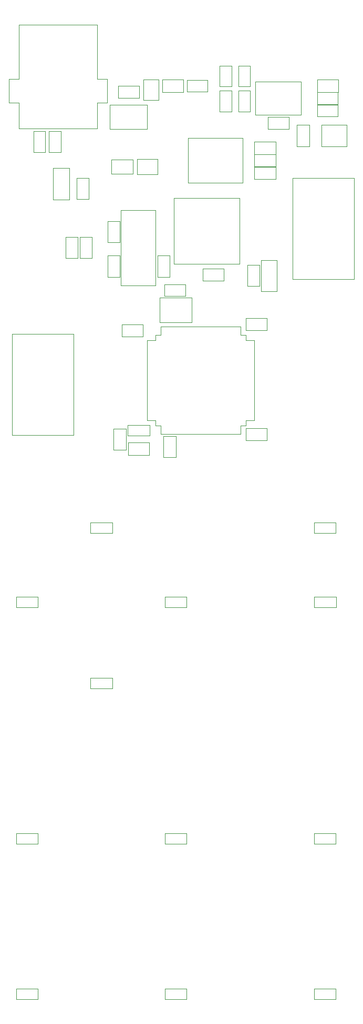
<source format=gbr>
%TF.GenerationSoftware,KiCad,Pcbnew,(6.0.8)*%
%TF.CreationDate,2022-11-02T23:41:58+01:00*%
%TF.ProjectId,crane,6372616e-652e-46b6-9963-61645f706362,rev?*%
%TF.SameCoordinates,Original*%
%TF.FileFunction,Other,User*%
%FSLAX46Y46*%
G04 Gerber Fmt 4.6, Leading zero omitted, Abs format (unit mm)*
G04 Created by KiCad (PCBNEW (6.0.8)) date 2022-11-02 23:41:58*
%MOMM*%
%LPD*%
G01*
G04 APERTURE LIST*
%ADD10C,0.050000*%
%ADD11C,0.100000*%
G04 APERTURE END LIST*
D10*
%TO.C,J1*%
X124700000Y-103850000D02*
X137300000Y-103850000D01*
X137300000Y-103850000D02*
X137300000Y-99710000D01*
X137300000Y-99710000D02*
X138930000Y-99710000D01*
X138930000Y-99710000D02*
X138930000Y-95890000D01*
X138930000Y-95890000D02*
X137300000Y-95890000D01*
X137300000Y-95890000D02*
X137300000Y-87150000D01*
X137300000Y-87150000D02*
X124700000Y-87150000D01*
X124700000Y-87150000D02*
X124700000Y-95890000D01*
X124700000Y-95890000D02*
X123070000Y-95890000D01*
X123070000Y-95890000D02*
X123070000Y-99710000D01*
X123070000Y-99710000D02*
X124700000Y-99710000D01*
X124700000Y-99710000D02*
X124700000Y-103850000D01*
%TO.C,D7*%
X124250000Y-218850000D02*
X127750000Y-218850000D01*
X124250000Y-217150000D02*
X124250000Y-218850000D01*
X127750000Y-217150000D02*
X124250000Y-217150000D01*
X127750000Y-218850000D02*
X127750000Y-217150000D01*
%TO.C,C1*%
X164800000Y-102020000D02*
X164800000Y-103980000D01*
X168200000Y-102020000D02*
X164800000Y-102020000D01*
X168200000Y-103980000D02*
X168200000Y-102020000D01*
X164800000Y-103980000D02*
X168200000Y-103980000D01*
%TO.C,D3*%
X136250000Y-168850000D02*
X139750000Y-168850000D01*
X139750000Y-168850000D02*
X139750000Y-167150000D01*
X136250000Y-167150000D02*
X136250000Y-168850000D01*
X139750000Y-167150000D02*
X136250000Y-167150000D01*
%TO.C,C7*%
X164700000Y-134357500D02*
X161300000Y-134357500D01*
X161300000Y-134357500D02*
X161300000Y-136317500D01*
X164700000Y-136317500D02*
X164700000Y-134357500D01*
X161300000Y-136317500D02*
X164700000Y-136317500D01*
%TO.C,C9*%
X162662500Y-109980000D02*
X166062500Y-109980000D01*
X166062500Y-108020000D02*
X162662500Y-108020000D01*
X162662500Y-108020000D02*
X162662500Y-109980000D01*
X166062500Y-109980000D02*
X166062500Y-108020000D01*
%TO.C,FB1*%
X139637500Y-111150000D02*
X143087500Y-111150000D01*
X139637500Y-108850000D02*
X139637500Y-111150000D01*
X143087500Y-108850000D02*
X139637500Y-108850000D01*
X143087500Y-111150000D02*
X143087500Y-108850000D01*
%TO.C,D11*%
X151750000Y-242150000D02*
X148250000Y-242150000D01*
X148250000Y-243850000D02*
X151750000Y-243850000D01*
X151750000Y-243850000D02*
X151750000Y-242150000D01*
X148250000Y-242150000D02*
X148250000Y-243850000D01*
%TO.C,C10*%
X166062500Y-107980000D02*
X166062500Y-106020000D01*
X162662500Y-106020000D02*
X162662500Y-107980000D01*
X166062500Y-106020000D02*
X162662500Y-106020000D01*
X162662500Y-107980000D02*
X166062500Y-107980000D01*
%TO.C,R3*%
X176130000Y-101950000D02*
X176130000Y-100050000D01*
X176130000Y-100050000D02*
X172770000Y-100050000D01*
X172770000Y-100050000D02*
X172770000Y-101950000D01*
X172770000Y-101950000D02*
X176130000Y-101950000D01*
%TO.C,U4*%
X151962500Y-112600000D02*
X151962500Y-105400000D01*
X151962500Y-105400000D02*
X160762500Y-105400000D01*
X160762500Y-112600000D02*
X151962500Y-112600000D01*
X160762500Y-105400000D02*
X160762500Y-112600000D01*
%TO.C,U2*%
X170200000Y-101700000D02*
X162800000Y-101700000D01*
X162800000Y-96300000D02*
X170200000Y-96300000D01*
X170200000Y-96300000D02*
X170200000Y-101700000D01*
X162800000Y-101700000D02*
X162800000Y-96300000D01*
%TO.C,D4*%
X139750000Y-192150000D02*
X136250000Y-192150000D01*
X136250000Y-192150000D02*
X136250000Y-193850000D01*
X139750000Y-193850000D02*
X139750000Y-192150000D01*
X136250000Y-193850000D02*
X139750000Y-193850000D01*
D11*
%TO.C,Y1*%
X152550000Y-134987500D02*
X152550000Y-131037500D01*
X152550000Y-131037500D02*
X147350000Y-131037500D01*
X147350000Y-134987500D02*
X152550000Y-134987500D01*
X147350000Y-131037500D02*
X147350000Y-134987500D01*
D10*
%TO.C,C6*%
X164700000Y-152020000D02*
X161300000Y-152020000D01*
X161300000Y-153980000D02*
X164700000Y-153980000D01*
X161300000Y-152020000D02*
X161300000Y-153980000D01*
X164700000Y-153980000D02*
X164700000Y-152020000D01*
%TO.C,D14*%
X132800000Y-115250000D02*
X132800000Y-110250000D01*
X130200000Y-110250000D02*
X130200000Y-115250000D01*
X130200000Y-115250000D02*
X132800000Y-115250000D01*
X132800000Y-110250000D02*
X130200000Y-110250000D01*
%TO.C,D2*%
X127750000Y-180850000D02*
X127750000Y-179150000D01*
X127750000Y-179150000D02*
X124250000Y-179150000D01*
X124250000Y-180850000D02*
X127750000Y-180850000D01*
X124250000Y-179150000D02*
X124250000Y-180850000D01*
%TO.C,R12*%
X161950000Y-93757500D02*
X160050000Y-93757500D01*
X160050000Y-97117500D02*
X161950000Y-97117500D01*
X161950000Y-97117500D02*
X161950000Y-93757500D01*
X160050000Y-93757500D02*
X160050000Y-97117500D01*
%TO.C,D12*%
X172250000Y-242150000D02*
X172250000Y-243850000D01*
X175750000Y-243850000D02*
X175750000Y-242150000D01*
X172250000Y-243850000D02*
X175750000Y-243850000D01*
X175750000Y-242150000D02*
X172250000Y-242150000D01*
%TO.C,R1*%
X148182500Y-130787500D02*
X151542500Y-130787500D01*
X151542500Y-130787500D02*
X151542500Y-128887500D01*
X151542500Y-128887500D02*
X148182500Y-128887500D01*
X148182500Y-128887500D02*
X148182500Y-130787500D01*
%TO.C,R10*%
X155130000Y-97950000D02*
X155130000Y-96050000D01*
X155130000Y-96050000D02*
X151770000Y-96050000D01*
X151770000Y-96050000D02*
X151770000Y-97950000D01*
X151770000Y-97950000D02*
X155130000Y-97950000D01*
%TO.C,C14*%
X140930000Y-124300000D02*
X138970000Y-124300000D01*
X140930000Y-127700000D02*
X140930000Y-124300000D01*
X138970000Y-127700000D02*
X140930000Y-127700000D01*
X138970000Y-124300000D02*
X138970000Y-127700000D01*
%TO.C,R9*%
X134550000Y-121320000D02*
X134550000Y-124680000D01*
X134550000Y-124680000D02*
X136450000Y-124680000D01*
X136450000Y-124680000D02*
X136450000Y-121320000D01*
X136450000Y-121320000D02*
X134550000Y-121320000D01*
%TO.C,D5*%
X148250000Y-179150000D02*
X148250000Y-180850000D01*
X148250000Y-180850000D02*
X151750000Y-180850000D01*
X151750000Y-179150000D02*
X148250000Y-179150000D01*
X151750000Y-180850000D02*
X151750000Y-179150000D01*
%TO.C,U3*%
X146750000Y-150737500D02*
X145350000Y-150737500D01*
X145350000Y-150737500D02*
X145350000Y-144337500D01*
X162650000Y-137937500D02*
X162650000Y-144337500D01*
X145350000Y-137937500D02*
X145350000Y-144337500D01*
X154000000Y-135687500D02*
X147600000Y-135687500D01*
X160400000Y-135687500D02*
X160400000Y-137087500D01*
X161250000Y-150737500D02*
X162650000Y-150737500D01*
X147600000Y-135687500D02*
X147600000Y-137087500D01*
X146750000Y-151587500D02*
X146750000Y-150737500D01*
X154000000Y-152987500D02*
X160400000Y-152987500D01*
X147600000Y-137087500D02*
X146750000Y-137087500D01*
X161250000Y-151587500D02*
X161250000Y-150737500D01*
X161250000Y-137087500D02*
X161250000Y-137937500D01*
X147600000Y-151587500D02*
X146750000Y-151587500D01*
X160400000Y-152987500D02*
X160400000Y-151587500D01*
X162650000Y-150737500D02*
X162650000Y-144337500D01*
X154000000Y-135687500D02*
X160400000Y-135687500D01*
X146750000Y-137937500D02*
X145350000Y-137937500D01*
X154000000Y-152987500D02*
X147600000Y-152987500D01*
X161250000Y-137937500D02*
X162650000Y-137937500D01*
X160400000Y-151587500D02*
X161250000Y-151587500D01*
X160400000Y-137087500D02*
X161250000Y-137087500D01*
X147600000Y-152987500D02*
X147600000Y-151587500D01*
X146750000Y-137087500D02*
X146750000Y-137937500D01*
%TO.C,C5*%
X148020000Y-153300000D02*
X148020000Y-156700000D01*
X149980000Y-153300000D02*
X148020000Y-153300000D01*
X148020000Y-156700000D02*
X149980000Y-156700000D01*
X149980000Y-156700000D02*
X149980000Y-153300000D01*
%TO.C,R11*%
X157050000Y-93757500D02*
X157050000Y-97117500D01*
X157050000Y-97117500D02*
X158950000Y-97117500D01*
X158950000Y-97117500D02*
X158950000Y-93757500D01*
X158950000Y-93757500D02*
X157050000Y-93757500D01*
%TO.C,R2*%
X172770000Y-99950000D02*
X176130000Y-99950000D01*
X176130000Y-99950000D02*
X176130000Y-98050000D01*
X172770000Y-98050000D02*
X172770000Y-99950000D01*
X176130000Y-98050000D02*
X172770000Y-98050000D01*
%TO.C,R6*%
X131450000Y-104320000D02*
X129550000Y-104320000D01*
X129550000Y-104320000D02*
X129550000Y-107680000D01*
X131450000Y-107680000D02*
X131450000Y-104320000D01*
X129550000Y-107680000D02*
X131450000Y-107680000D01*
%TO.C,R8*%
X132250000Y-121320000D02*
X132250000Y-124680000D01*
X134150000Y-124680000D02*
X134150000Y-121320000D01*
X132250000Y-124680000D02*
X134150000Y-124680000D01*
X134150000Y-121320000D02*
X132250000Y-121320000D01*
%TO.C,D9*%
X175750000Y-218850000D02*
X175750000Y-217150000D01*
X172250000Y-218850000D02*
X175750000Y-218850000D01*
X175750000Y-217150000D02*
X172250000Y-217150000D01*
X172250000Y-217150000D02*
X172250000Y-218850000D01*
%TO.C,C15*%
X138970000Y-122150000D02*
X140930000Y-122150000D01*
X140930000Y-122150000D02*
X140930000Y-118750000D01*
X138970000Y-118750000D02*
X138970000Y-122150000D01*
X140930000Y-118750000D02*
X138970000Y-118750000D01*
%TO.C,R4*%
X163450000Y-125820000D02*
X161550000Y-125820000D01*
X161550000Y-125820000D02*
X161550000Y-129180000D01*
X163450000Y-129180000D02*
X163450000Y-125820000D01*
X161550000Y-129180000D02*
X163450000Y-129180000D01*
%TO.C,C12*%
X171480000Y-103300000D02*
X169520000Y-103300000D01*
X169520000Y-106700000D02*
X171480000Y-106700000D01*
X171480000Y-106700000D02*
X171480000Y-103300000D01*
X169520000Y-103300000D02*
X169520000Y-106700000D01*
%TO.C,U5*%
X177550000Y-106700000D02*
X173450000Y-106700000D01*
X173450000Y-106700000D02*
X173450000Y-103300000D01*
X177550000Y-103300000D02*
X177550000Y-106700000D01*
X173450000Y-103300000D02*
X177550000Y-103300000D01*
%TO.C,C13*%
X144062500Y-97020000D02*
X140662500Y-97020000D01*
X144062500Y-98980000D02*
X144062500Y-97020000D01*
X140662500Y-98980000D02*
X144062500Y-98980000D01*
X140662500Y-97020000D02*
X140662500Y-98980000D01*
%TO.C,D15*%
X158950000Y-101117500D02*
X158950000Y-97757500D01*
X158950000Y-97757500D02*
X157050000Y-97757500D01*
X157050000Y-97757500D02*
X157050000Y-101117500D01*
X157050000Y-101117500D02*
X158950000Y-101117500D01*
%TO.C,D10*%
X127750000Y-243850000D02*
X127750000Y-242150000D01*
X124250000Y-242150000D02*
X124250000Y-243850000D01*
X124250000Y-243850000D02*
X127750000Y-243850000D01*
X127750000Y-242150000D02*
X124250000Y-242150000D01*
%TO.C,C4*%
X139970000Y-155537500D02*
X141930000Y-155537500D01*
X141930000Y-155537500D02*
X141930000Y-152137500D01*
X139970000Y-152137500D02*
X139970000Y-155537500D01*
X141930000Y-152137500D02*
X139970000Y-152137500D01*
%TO.C,R5*%
X128950000Y-107680000D02*
X128950000Y-104320000D01*
X128950000Y-104320000D02*
X127050000Y-104320000D01*
X127050000Y-107680000D02*
X128950000Y-107680000D01*
X127050000Y-104320000D02*
X127050000Y-107680000D01*
%TO.C,D13*%
X166300000Y-125000000D02*
X163700000Y-125000000D01*
X163700000Y-130000000D02*
X166300000Y-130000000D01*
X166300000Y-130000000D02*
X166300000Y-125000000D01*
X163700000Y-125000000D02*
X163700000Y-130000000D01*
%TO.C,J8*%
X133467500Y-136855000D02*
X133467500Y-153145000D01*
X123567500Y-136855000D02*
X133467500Y-136855000D01*
X133467500Y-153145000D02*
X123567500Y-153145000D01*
X123567500Y-153145000D02*
X123567500Y-136855000D01*
%TO.C,C17*%
X147020000Y-127700000D02*
X148980000Y-127700000D01*
X148980000Y-127700000D02*
X148980000Y-124300000D01*
X148980000Y-124300000D02*
X147020000Y-124300000D01*
X147020000Y-124300000D02*
X147020000Y-127700000D01*
%TO.C,C2*%
X145700000Y-154357500D02*
X142300000Y-154357500D01*
X145700000Y-156317500D02*
X145700000Y-154357500D01*
X142300000Y-156317500D02*
X145700000Y-156317500D01*
X142300000Y-154357500D02*
X142300000Y-156317500D01*
%TO.C,L1*%
X142250000Y-151487500D02*
X142250000Y-153187500D01*
X145750000Y-153187500D02*
X145750000Y-151487500D01*
X145750000Y-151487500D02*
X142250000Y-151487500D01*
X142250000Y-153187500D02*
X145750000Y-153187500D01*
%TO.C,D1*%
X175750000Y-167150000D02*
X172250000Y-167150000D01*
X172250000Y-168850000D02*
X175750000Y-168850000D01*
X172250000Y-167150000D02*
X172250000Y-168850000D01*
X175750000Y-168850000D02*
X175750000Y-167150000D01*
%TO.C,D8*%
X148250000Y-218850000D02*
X151750000Y-218850000D01*
X151750000Y-217150000D02*
X148250000Y-217150000D01*
X148250000Y-217150000D02*
X148250000Y-218850000D01*
X151750000Y-218850000D02*
X151750000Y-217150000D01*
%TO.C,C18*%
X151237500Y-97980000D02*
X151237500Y-96020000D01*
X147837500Y-96020000D02*
X147837500Y-97980000D01*
X147837500Y-97980000D02*
X151237500Y-97980000D01*
X151237500Y-96020000D02*
X147837500Y-96020000D01*
%TO.C,C8*%
X162662500Y-110020000D02*
X162662500Y-111980000D01*
X162662500Y-111980000D02*
X166062500Y-111980000D01*
X166062500Y-110020000D02*
X162662500Y-110020000D01*
X166062500Y-111980000D02*
X166062500Y-110020000D01*
%TO.C,C3*%
X176150000Y-96020000D02*
X172750000Y-96020000D01*
X172750000Y-96020000D02*
X172750000Y-97980000D01*
X176150000Y-97980000D02*
X176150000Y-96020000D01*
X172750000Y-97980000D02*
X176150000Y-97980000D01*
%TO.C,R7*%
X135950000Y-115180000D02*
X135950000Y-111820000D01*
X135950000Y-111820000D02*
X134050000Y-111820000D01*
X134050000Y-115180000D02*
X135950000Y-115180000D01*
X134050000Y-111820000D02*
X134050000Y-115180000D01*
%TO.C,D16*%
X161950000Y-101117500D02*
X161950000Y-97757500D01*
X160050000Y-101117500D02*
X161950000Y-101117500D01*
X161950000Y-97757500D02*
X160050000Y-97757500D01*
X160050000Y-97757500D02*
X160050000Y-101117500D01*
%TO.C,JP2*%
X147250000Y-99300000D02*
X147250000Y-96000000D01*
X147250000Y-99300000D02*
X144750000Y-99300000D01*
X144750000Y-96000000D02*
X147250000Y-96000000D01*
X144750000Y-96000000D02*
X144750000Y-99300000D01*
%TO.C,Y2*%
X146750000Y-116950000D02*
X146750000Y-129050000D01*
X141150000Y-129050000D02*
X141150000Y-116950000D01*
X146750000Y-129050000D02*
X141150000Y-129050000D01*
X141150000Y-116950000D02*
X146750000Y-116950000D01*
%TO.C,F1*%
X145337500Y-103965000D02*
X145337500Y-100035000D01*
X145337500Y-100035000D02*
X139387500Y-100035000D01*
X139387500Y-103965000D02*
X145337500Y-103965000D01*
X139387500Y-100035000D02*
X139387500Y-103965000D01*
%TO.C,C11*%
X141300000Y-137317500D02*
X144700000Y-137317500D01*
X141300000Y-135357500D02*
X141300000Y-137317500D01*
X144700000Y-135357500D02*
X141300000Y-135357500D01*
X144700000Y-137317500D02*
X144700000Y-135357500D01*
%TO.C,J10*%
X178720000Y-111810000D02*
X178720000Y-128100000D01*
X168820000Y-128100000D02*
X168820000Y-111810000D01*
X178720000Y-128100000D02*
X168820000Y-128100000D01*
X168820000Y-111810000D02*
X178720000Y-111810000D01*
%TO.C,D6*%
X175812500Y-180850000D02*
X175812500Y-179150000D01*
X172312500Y-179150000D02*
X172312500Y-180850000D01*
X172312500Y-180850000D02*
X175812500Y-180850000D01*
X175812500Y-179150000D02*
X172312500Y-179150000D01*
%TO.C,JP1*%
X143712500Y-111250000D02*
X143712500Y-108750000D01*
X143712500Y-111250000D02*
X147012500Y-111250000D01*
X147012500Y-108750000D02*
X143712500Y-108750000D01*
X147012500Y-108750000D02*
X147012500Y-111250000D01*
%TO.C,C16*%
X157700000Y-126357500D02*
X154300000Y-126357500D01*
X154300000Y-128317500D02*
X157700000Y-128317500D01*
X154300000Y-126357500D02*
X154300000Y-128317500D01*
X157700000Y-128317500D02*
X157700000Y-126357500D01*
%TO.C,U6*%
X149650000Y-125637500D02*
X160250000Y-125637500D01*
X149650000Y-125637500D02*
X149650000Y-115037500D01*
X149650000Y-115037500D02*
X160250000Y-115037500D01*
X160250000Y-125637500D02*
X160250000Y-115037500D01*
%TD*%
M02*

</source>
